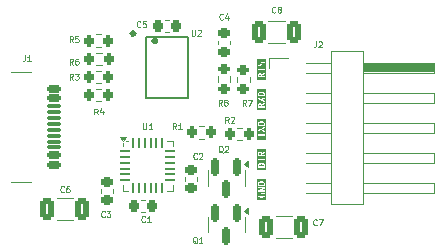
<source format=gbr>
%TF.GenerationSoftware,KiCad,Pcbnew,8.0.4*%
%TF.CreationDate,2024-08-06T21:58:01+07:00*%
%TF.ProjectId,cp2104-pd-source-v01,63703231-3034-42d7-9064-2d736f757263,rev?*%
%TF.SameCoordinates,Original*%
%TF.FileFunction,Legend,Top*%
%TF.FilePolarity,Positive*%
%FSLAX46Y46*%
G04 Gerber Fmt 4.6, Leading zero omitted, Abs format (unit mm)*
G04 Created by KiCad (PCBNEW 8.0.4) date 2024-08-06 21:58:01*
%MOMM*%
%LPD*%
G01*
G04 APERTURE LIST*
G04 Aperture macros list*
%AMRoundRect*
0 Rectangle with rounded corners*
0 $1 Rounding radius*
0 $2 $3 $4 $5 $6 $7 $8 $9 X,Y pos of 4 corners*
0 Add a 4 corners polygon primitive as box body*
4,1,4,$2,$3,$4,$5,$6,$7,$8,$9,$2,$3,0*
0 Add four circle primitives for the rounded corners*
1,1,$1+$1,$2,$3*
1,1,$1+$1,$4,$5*
1,1,$1+$1,$6,$7*
1,1,$1+$1,$8,$9*
0 Add four rect primitives between the rounded corners*
20,1,$1+$1,$2,$3,$4,$5,0*
20,1,$1+$1,$4,$5,$6,$7,0*
20,1,$1+$1,$6,$7,$8,$9,0*
20,1,$1+$1,$8,$9,$2,$3,0*%
G04 Aperture macros list end*
%ADD10C,0.100000*%
%ADD11C,0.000000*%
%ADD12C,0.120000*%
%ADD13C,0.150000*%
%ADD14C,0.300000*%
%ADD15R,6.000000X0.760000*%
%ADD16RoundRect,0.150000X-0.150000X0.587500X-0.150000X-0.587500X0.150000X-0.587500X0.150000X0.587500X0*%
%ADD17RoundRect,0.200000X0.200000X0.275000X-0.200000X0.275000X-0.200000X-0.275000X0.200000X-0.275000X0*%
%ADD18RoundRect,0.225000X-0.225000X-0.250000X0.225000X-0.250000X0.225000X0.250000X-0.225000X0.250000X0*%
%ADD19C,0.650000*%
%ADD20RoundRect,0.150000X-0.425000X0.150000X-0.425000X-0.150000X0.425000X-0.150000X0.425000X0.150000X0*%
%ADD21RoundRect,0.075000X-0.500000X0.075000X-0.500000X-0.075000X0.500000X-0.075000X0.500000X0.075000X0*%
%ADD22O,2.100000X1.000000*%
%ADD23O,1.800000X1.000000*%
%ADD24RoundRect,0.225000X0.225000X0.250000X-0.225000X0.250000X-0.225000X-0.250000X0.225000X-0.250000X0*%
%ADD25RoundRect,0.200000X-0.200000X-0.275000X0.200000X-0.275000X0.200000X0.275000X-0.200000X0.275000X0*%
%ADD26RoundRect,0.062500X-0.350000X-0.062500X0.350000X-0.062500X0.350000X0.062500X-0.350000X0.062500X0*%
%ADD27RoundRect,0.062500X-0.062500X-0.350000X0.062500X-0.350000X0.062500X0.350000X-0.062500X0.350000X0*%
%ADD28R,2.600000X2.600000*%
%ADD29RoundRect,0.225000X0.250000X-0.225000X0.250000X0.225000X-0.250000X0.225000X-0.250000X-0.225000X0*%
%ADD30RoundRect,0.250000X-0.325000X-0.650000X0.325000X-0.650000X0.325000X0.650000X-0.325000X0.650000X0*%
%ADD31RoundRect,0.225000X-0.250000X0.225000X-0.250000X-0.225000X0.250000X-0.225000X0.250000X0.225000X0*%
%ADD32RoundRect,0.250000X0.325000X0.650000X-0.325000X0.650000X-0.325000X-0.650000X0.325000X-0.650000X0*%
%ADD33RoundRect,0.200000X0.275000X-0.200000X0.275000X0.200000X-0.275000X0.200000X-0.275000X-0.200000X0*%
%ADD34O,1.730000X0.340000*%
%ADD35R,2.500000X1.000000*%
G04 APERTURE END LIST*
D10*
X137432450Y-69981309D02*
X137384831Y-69957500D01*
X137384831Y-69957500D02*
X137337212Y-69909881D01*
X137337212Y-69909881D02*
X137265784Y-69838452D01*
X137265784Y-69838452D02*
X137218165Y-69814642D01*
X137218165Y-69814642D02*
X137170546Y-69814642D01*
X137194355Y-69933690D02*
X137146736Y-69909881D01*
X137146736Y-69909881D02*
X137099117Y-69862261D01*
X137099117Y-69862261D02*
X137075308Y-69767023D01*
X137075308Y-69767023D02*
X137075308Y-69600357D01*
X137075308Y-69600357D02*
X137099117Y-69505119D01*
X137099117Y-69505119D02*
X137146736Y-69457500D01*
X137146736Y-69457500D02*
X137194355Y-69433690D01*
X137194355Y-69433690D02*
X137289593Y-69433690D01*
X137289593Y-69433690D02*
X137337212Y-69457500D01*
X137337212Y-69457500D02*
X137384831Y-69505119D01*
X137384831Y-69505119D02*
X137408641Y-69600357D01*
X137408641Y-69600357D02*
X137408641Y-69767023D01*
X137408641Y-69767023D02*
X137384831Y-69862261D01*
X137384831Y-69862261D02*
X137337212Y-69909881D01*
X137337212Y-69909881D02*
X137289593Y-69933690D01*
X137289593Y-69933690D02*
X137194355Y-69933690D01*
X137884832Y-69933690D02*
X137599118Y-69933690D01*
X137741975Y-69933690D02*
X137741975Y-69433690D01*
X137741975Y-69433690D02*
X137694356Y-69505119D01*
X137694356Y-69505119D02*
X137646737Y-69552738D01*
X137646737Y-69552738D02*
X137599118Y-69576547D01*
X129011666Y-59060109D02*
X128845000Y-58822014D01*
X128725952Y-59060109D02*
X128725952Y-58560109D01*
X128725952Y-58560109D02*
X128916428Y-58560109D01*
X128916428Y-58560109D02*
X128964047Y-58583919D01*
X128964047Y-58583919D02*
X128987857Y-58607728D01*
X128987857Y-58607728D02*
X129011666Y-58655347D01*
X129011666Y-58655347D02*
X129011666Y-58726776D01*
X129011666Y-58726776D02*
X128987857Y-58774395D01*
X128987857Y-58774395D02*
X128964047Y-58798204D01*
X128964047Y-58798204D02*
X128916428Y-58822014D01*
X128916428Y-58822014D02*
X128725952Y-58822014D01*
X129440238Y-58726776D02*
X129440238Y-59060109D01*
X129321190Y-58536300D02*
X129202143Y-58893442D01*
X129202143Y-58893442D02*
X129511666Y-58893442D01*
X133018677Y-68122303D02*
X132994868Y-68146113D01*
X132994868Y-68146113D02*
X132923439Y-68169922D01*
X132923439Y-68169922D02*
X132875820Y-68169922D01*
X132875820Y-68169922D02*
X132804392Y-68146113D01*
X132804392Y-68146113D02*
X132756773Y-68098493D01*
X132756773Y-68098493D02*
X132732963Y-68050874D01*
X132732963Y-68050874D02*
X132709154Y-67955636D01*
X132709154Y-67955636D02*
X132709154Y-67884208D01*
X132709154Y-67884208D02*
X132732963Y-67788970D01*
X132732963Y-67788970D02*
X132756773Y-67741351D01*
X132756773Y-67741351D02*
X132804392Y-67693732D01*
X132804392Y-67693732D02*
X132875820Y-67669922D01*
X132875820Y-67669922D02*
X132923439Y-67669922D01*
X132923439Y-67669922D02*
X132994868Y-67693732D01*
X132994868Y-67693732D02*
X133018677Y-67717541D01*
X133494868Y-68169922D02*
X133209154Y-68169922D01*
X133352011Y-68169922D02*
X133352011Y-67669922D01*
X133352011Y-67669922D02*
X133304392Y-67741351D01*
X133304392Y-67741351D02*
X133256773Y-67788970D01*
X133256773Y-67788970D02*
X133209154Y-67812779D01*
X122849013Y-54057238D02*
X122849013Y-54414381D01*
X122849013Y-54414381D02*
X122825204Y-54485809D01*
X122825204Y-54485809D02*
X122777585Y-54533429D01*
X122777585Y-54533429D02*
X122706156Y-54557238D01*
X122706156Y-54557238D02*
X122658537Y-54557238D01*
X123349013Y-54557238D02*
X123063299Y-54557238D01*
X123206156Y-54557238D02*
X123206156Y-54057238D01*
X123206156Y-54057238D02*
X123158537Y-54128667D01*
X123158537Y-54128667D02*
X123110918Y-54176286D01*
X123110918Y-54176286D02*
X123063299Y-54200095D01*
X132631666Y-51613490D02*
X132607857Y-51637300D01*
X132607857Y-51637300D02*
X132536428Y-51661109D01*
X132536428Y-51661109D02*
X132488809Y-51661109D01*
X132488809Y-51661109D02*
X132417381Y-51637300D01*
X132417381Y-51637300D02*
X132369762Y-51589680D01*
X132369762Y-51589680D02*
X132345952Y-51542061D01*
X132345952Y-51542061D02*
X132322143Y-51446823D01*
X132322143Y-51446823D02*
X132322143Y-51375395D01*
X132322143Y-51375395D02*
X132345952Y-51280157D01*
X132345952Y-51280157D02*
X132369762Y-51232538D01*
X132369762Y-51232538D02*
X132417381Y-51184919D01*
X132417381Y-51184919D02*
X132488809Y-51161109D01*
X132488809Y-51161109D02*
X132536428Y-51161109D01*
X132536428Y-51161109D02*
X132607857Y-51184919D01*
X132607857Y-51184919D02*
X132631666Y-51208728D01*
X133084047Y-51161109D02*
X132845952Y-51161109D01*
X132845952Y-51161109D02*
X132822143Y-51399204D01*
X132822143Y-51399204D02*
X132845952Y-51375395D01*
X132845952Y-51375395D02*
X132893571Y-51351585D01*
X132893571Y-51351585D02*
X133012619Y-51351585D01*
X133012619Y-51351585D02*
X133060238Y-51375395D01*
X133060238Y-51375395D02*
X133084047Y-51399204D01*
X133084047Y-51399204D02*
X133107857Y-51446823D01*
X133107857Y-51446823D02*
X133107857Y-51565871D01*
X133107857Y-51565871D02*
X133084047Y-51613490D01*
X133084047Y-51613490D02*
X133060238Y-51637300D01*
X133060238Y-51637300D02*
X133012619Y-51661109D01*
X133012619Y-51661109D02*
X132893571Y-51661109D01*
X132893571Y-51661109D02*
X132845952Y-51637300D01*
X132845952Y-51637300D02*
X132822143Y-51613490D01*
X126916666Y-54836109D02*
X126750000Y-54598014D01*
X126630952Y-54836109D02*
X126630952Y-54336109D01*
X126630952Y-54336109D02*
X126821428Y-54336109D01*
X126821428Y-54336109D02*
X126869047Y-54359919D01*
X126869047Y-54359919D02*
X126892857Y-54383728D01*
X126892857Y-54383728D02*
X126916666Y-54431347D01*
X126916666Y-54431347D02*
X126916666Y-54502776D01*
X126916666Y-54502776D02*
X126892857Y-54550395D01*
X126892857Y-54550395D02*
X126869047Y-54574204D01*
X126869047Y-54574204D02*
X126821428Y-54598014D01*
X126821428Y-54598014D02*
X126630952Y-54598014D01*
X127345238Y-54336109D02*
X127250000Y-54336109D01*
X127250000Y-54336109D02*
X127202381Y-54359919D01*
X127202381Y-54359919D02*
X127178571Y-54383728D01*
X127178571Y-54383728D02*
X127130952Y-54455157D01*
X127130952Y-54455157D02*
X127107143Y-54550395D01*
X127107143Y-54550395D02*
X127107143Y-54740871D01*
X127107143Y-54740871D02*
X127130952Y-54788490D01*
X127130952Y-54788490D02*
X127154762Y-54812300D01*
X127154762Y-54812300D02*
X127202381Y-54836109D01*
X127202381Y-54836109D02*
X127297619Y-54836109D01*
X127297619Y-54836109D02*
X127345238Y-54812300D01*
X127345238Y-54812300D02*
X127369047Y-54788490D01*
X127369047Y-54788490D02*
X127392857Y-54740871D01*
X127392857Y-54740871D02*
X127392857Y-54621823D01*
X127392857Y-54621823D02*
X127369047Y-54574204D01*
X127369047Y-54574204D02*
X127345238Y-54550395D01*
X127345238Y-54550395D02*
X127297619Y-54526585D01*
X127297619Y-54526585D02*
X127202381Y-54526585D01*
X127202381Y-54526585D02*
X127154762Y-54550395D01*
X127154762Y-54550395D02*
X127130952Y-54574204D01*
X127130952Y-54574204D02*
X127107143Y-54621823D01*
X126916666Y-56106109D02*
X126750000Y-55868014D01*
X126630952Y-56106109D02*
X126630952Y-55606109D01*
X126630952Y-55606109D02*
X126821428Y-55606109D01*
X126821428Y-55606109D02*
X126869047Y-55629919D01*
X126869047Y-55629919D02*
X126892857Y-55653728D01*
X126892857Y-55653728D02*
X126916666Y-55701347D01*
X126916666Y-55701347D02*
X126916666Y-55772776D01*
X126916666Y-55772776D02*
X126892857Y-55820395D01*
X126892857Y-55820395D02*
X126869047Y-55844204D01*
X126869047Y-55844204D02*
X126821428Y-55868014D01*
X126821428Y-55868014D02*
X126630952Y-55868014D01*
X127083333Y-55606109D02*
X127392857Y-55606109D01*
X127392857Y-55606109D02*
X127226190Y-55796585D01*
X127226190Y-55796585D02*
X127297619Y-55796585D01*
X127297619Y-55796585D02*
X127345238Y-55820395D01*
X127345238Y-55820395D02*
X127369047Y-55844204D01*
X127369047Y-55844204D02*
X127392857Y-55891823D01*
X127392857Y-55891823D02*
X127392857Y-56010871D01*
X127392857Y-56010871D02*
X127369047Y-56058490D01*
X127369047Y-56058490D02*
X127345238Y-56082300D01*
X127345238Y-56082300D02*
X127297619Y-56106109D01*
X127297619Y-56106109D02*
X127154762Y-56106109D01*
X127154762Y-56106109D02*
X127107143Y-56082300D01*
X127107143Y-56082300D02*
X127083333Y-56058490D01*
X135663522Y-60313997D02*
X135496856Y-60075902D01*
X135377808Y-60313997D02*
X135377808Y-59813997D01*
X135377808Y-59813997D02*
X135568284Y-59813997D01*
X135568284Y-59813997D02*
X135615903Y-59837807D01*
X135615903Y-59837807D02*
X135639713Y-59861616D01*
X135639713Y-59861616D02*
X135663522Y-59909235D01*
X135663522Y-59909235D02*
X135663522Y-59980664D01*
X135663522Y-59980664D02*
X135639713Y-60028283D01*
X135639713Y-60028283D02*
X135615903Y-60052092D01*
X135615903Y-60052092D02*
X135568284Y-60075902D01*
X135568284Y-60075902D02*
X135377808Y-60075902D01*
X136139713Y-60313997D02*
X135853999Y-60313997D01*
X135996856Y-60313997D02*
X135996856Y-59813997D01*
X135996856Y-59813997D02*
X135949237Y-59885426D01*
X135949237Y-59885426D02*
X135901618Y-59933045D01*
X135901618Y-59933045D02*
X135853999Y-59956854D01*
X132857047Y-59814109D02*
X132857047Y-60218871D01*
X132857047Y-60218871D02*
X132880857Y-60266490D01*
X132880857Y-60266490D02*
X132904666Y-60290300D01*
X132904666Y-60290300D02*
X132952285Y-60314109D01*
X132952285Y-60314109D02*
X133047523Y-60314109D01*
X133047523Y-60314109D02*
X133095142Y-60290300D01*
X133095142Y-60290300D02*
X133118952Y-60266490D01*
X133118952Y-60266490D02*
X133142761Y-60218871D01*
X133142761Y-60218871D02*
X133142761Y-59814109D01*
X133642762Y-60314109D02*
X133357048Y-60314109D01*
X133499905Y-60314109D02*
X133499905Y-59814109D01*
X133499905Y-59814109D02*
X133452286Y-59885538D01*
X133452286Y-59885538D02*
X133404667Y-59933157D01*
X133404667Y-59933157D02*
X133357048Y-59956966D01*
X139616666Y-50978490D02*
X139592857Y-51002300D01*
X139592857Y-51002300D02*
X139521428Y-51026109D01*
X139521428Y-51026109D02*
X139473809Y-51026109D01*
X139473809Y-51026109D02*
X139402381Y-51002300D01*
X139402381Y-51002300D02*
X139354762Y-50954680D01*
X139354762Y-50954680D02*
X139330952Y-50907061D01*
X139330952Y-50907061D02*
X139307143Y-50811823D01*
X139307143Y-50811823D02*
X139307143Y-50740395D01*
X139307143Y-50740395D02*
X139330952Y-50645157D01*
X139330952Y-50645157D02*
X139354762Y-50597538D01*
X139354762Y-50597538D02*
X139402381Y-50549919D01*
X139402381Y-50549919D02*
X139473809Y-50526109D01*
X139473809Y-50526109D02*
X139521428Y-50526109D01*
X139521428Y-50526109D02*
X139592857Y-50549919D01*
X139592857Y-50549919D02*
X139616666Y-50573728D01*
X140045238Y-50692776D02*
X140045238Y-51026109D01*
X139926190Y-50502300D02*
X139807143Y-50859442D01*
X139807143Y-50859442D02*
X140116666Y-50859442D01*
X126916666Y-52931109D02*
X126750000Y-52693014D01*
X126630952Y-52931109D02*
X126630952Y-52431109D01*
X126630952Y-52431109D02*
X126821428Y-52431109D01*
X126821428Y-52431109D02*
X126869047Y-52454919D01*
X126869047Y-52454919D02*
X126892857Y-52478728D01*
X126892857Y-52478728D02*
X126916666Y-52526347D01*
X126916666Y-52526347D02*
X126916666Y-52597776D01*
X126916666Y-52597776D02*
X126892857Y-52645395D01*
X126892857Y-52645395D02*
X126869047Y-52669204D01*
X126869047Y-52669204D02*
X126821428Y-52693014D01*
X126821428Y-52693014D02*
X126630952Y-52693014D01*
X127369047Y-52431109D02*
X127130952Y-52431109D01*
X127130952Y-52431109D02*
X127107143Y-52669204D01*
X127107143Y-52669204D02*
X127130952Y-52645395D01*
X127130952Y-52645395D02*
X127178571Y-52621585D01*
X127178571Y-52621585D02*
X127297619Y-52621585D01*
X127297619Y-52621585D02*
X127345238Y-52645395D01*
X127345238Y-52645395D02*
X127369047Y-52669204D01*
X127369047Y-52669204D02*
X127392857Y-52716823D01*
X127392857Y-52716823D02*
X127392857Y-52835871D01*
X127392857Y-52835871D02*
X127369047Y-52883490D01*
X127369047Y-52883490D02*
X127345238Y-52907300D01*
X127345238Y-52907300D02*
X127297619Y-52931109D01*
X127297619Y-52931109D02*
X127178571Y-52931109D01*
X127178571Y-52931109D02*
X127130952Y-52907300D01*
X127130952Y-52907300D02*
X127107143Y-52883490D01*
X144061666Y-50398490D02*
X144037857Y-50422300D01*
X144037857Y-50422300D02*
X143966428Y-50446109D01*
X143966428Y-50446109D02*
X143918809Y-50446109D01*
X143918809Y-50446109D02*
X143847381Y-50422300D01*
X143847381Y-50422300D02*
X143799762Y-50374680D01*
X143799762Y-50374680D02*
X143775952Y-50327061D01*
X143775952Y-50327061D02*
X143752143Y-50231823D01*
X143752143Y-50231823D02*
X143752143Y-50160395D01*
X143752143Y-50160395D02*
X143775952Y-50065157D01*
X143775952Y-50065157D02*
X143799762Y-50017538D01*
X143799762Y-50017538D02*
X143847381Y-49969919D01*
X143847381Y-49969919D02*
X143918809Y-49946109D01*
X143918809Y-49946109D02*
X143966428Y-49946109D01*
X143966428Y-49946109D02*
X144037857Y-49969919D01*
X144037857Y-49969919D02*
X144061666Y-49993728D01*
X144347381Y-50160395D02*
X144299762Y-50136585D01*
X144299762Y-50136585D02*
X144275952Y-50112776D01*
X144275952Y-50112776D02*
X144252143Y-50065157D01*
X144252143Y-50065157D02*
X144252143Y-50041347D01*
X144252143Y-50041347D02*
X144275952Y-49993728D01*
X144275952Y-49993728D02*
X144299762Y-49969919D01*
X144299762Y-49969919D02*
X144347381Y-49946109D01*
X144347381Y-49946109D02*
X144442619Y-49946109D01*
X144442619Y-49946109D02*
X144490238Y-49969919D01*
X144490238Y-49969919D02*
X144514047Y-49993728D01*
X144514047Y-49993728D02*
X144537857Y-50041347D01*
X144537857Y-50041347D02*
X144537857Y-50065157D01*
X144537857Y-50065157D02*
X144514047Y-50112776D01*
X144514047Y-50112776D02*
X144490238Y-50136585D01*
X144490238Y-50136585D02*
X144442619Y-50160395D01*
X144442619Y-50160395D02*
X144347381Y-50160395D01*
X144347381Y-50160395D02*
X144299762Y-50184204D01*
X144299762Y-50184204D02*
X144275952Y-50208014D01*
X144275952Y-50208014D02*
X144252143Y-50255633D01*
X144252143Y-50255633D02*
X144252143Y-50350871D01*
X144252143Y-50350871D02*
X144275952Y-50398490D01*
X144275952Y-50398490D02*
X144299762Y-50422300D01*
X144299762Y-50422300D02*
X144347381Y-50446109D01*
X144347381Y-50446109D02*
X144442619Y-50446109D01*
X144442619Y-50446109D02*
X144490238Y-50422300D01*
X144490238Y-50422300D02*
X144514047Y-50398490D01*
X144514047Y-50398490D02*
X144537857Y-50350871D01*
X144537857Y-50350871D02*
X144537857Y-50255633D01*
X144537857Y-50255633D02*
X144514047Y-50208014D01*
X144514047Y-50208014D02*
X144490238Y-50184204D01*
X144490238Y-50184204D02*
X144442619Y-50160395D01*
X126154666Y-65583490D02*
X126130857Y-65607300D01*
X126130857Y-65607300D02*
X126059428Y-65631109D01*
X126059428Y-65631109D02*
X126011809Y-65631109D01*
X126011809Y-65631109D02*
X125940381Y-65607300D01*
X125940381Y-65607300D02*
X125892762Y-65559680D01*
X125892762Y-65559680D02*
X125868952Y-65512061D01*
X125868952Y-65512061D02*
X125845143Y-65416823D01*
X125845143Y-65416823D02*
X125845143Y-65345395D01*
X125845143Y-65345395D02*
X125868952Y-65250157D01*
X125868952Y-65250157D02*
X125892762Y-65202538D01*
X125892762Y-65202538D02*
X125940381Y-65154919D01*
X125940381Y-65154919D02*
X126011809Y-65131109D01*
X126011809Y-65131109D02*
X126059428Y-65131109D01*
X126059428Y-65131109D02*
X126130857Y-65154919D01*
X126130857Y-65154919D02*
X126154666Y-65178728D01*
X126583238Y-65131109D02*
X126488000Y-65131109D01*
X126488000Y-65131109D02*
X126440381Y-65154919D01*
X126440381Y-65154919D02*
X126416571Y-65178728D01*
X126416571Y-65178728D02*
X126368952Y-65250157D01*
X126368952Y-65250157D02*
X126345143Y-65345395D01*
X126345143Y-65345395D02*
X126345143Y-65535871D01*
X126345143Y-65535871D02*
X126368952Y-65583490D01*
X126368952Y-65583490D02*
X126392762Y-65607300D01*
X126392762Y-65607300D02*
X126440381Y-65631109D01*
X126440381Y-65631109D02*
X126535619Y-65631109D01*
X126535619Y-65631109D02*
X126583238Y-65607300D01*
X126583238Y-65607300D02*
X126607047Y-65583490D01*
X126607047Y-65583490D02*
X126630857Y-65535871D01*
X126630857Y-65535871D02*
X126630857Y-65416823D01*
X126630857Y-65416823D02*
X126607047Y-65369204D01*
X126607047Y-65369204D02*
X126583238Y-65345395D01*
X126583238Y-65345395D02*
X126535619Y-65321585D01*
X126535619Y-65321585D02*
X126440381Y-65321585D01*
X126440381Y-65321585D02*
X126392762Y-65345395D01*
X126392762Y-65345395D02*
X126368952Y-65369204D01*
X126368952Y-65369204D02*
X126345143Y-65416823D01*
X137410678Y-62776714D02*
X137386869Y-62800524D01*
X137386869Y-62800524D02*
X137315440Y-62824333D01*
X137315440Y-62824333D02*
X137267821Y-62824333D01*
X137267821Y-62824333D02*
X137196393Y-62800524D01*
X137196393Y-62800524D02*
X137148774Y-62752904D01*
X137148774Y-62752904D02*
X137124964Y-62705285D01*
X137124964Y-62705285D02*
X137101155Y-62610047D01*
X137101155Y-62610047D02*
X137101155Y-62538619D01*
X137101155Y-62538619D02*
X137124964Y-62443381D01*
X137124964Y-62443381D02*
X137148774Y-62395762D01*
X137148774Y-62395762D02*
X137196393Y-62348143D01*
X137196393Y-62348143D02*
X137267821Y-62324333D01*
X137267821Y-62324333D02*
X137315440Y-62324333D01*
X137315440Y-62324333D02*
X137386869Y-62348143D01*
X137386869Y-62348143D02*
X137410678Y-62371952D01*
X137601155Y-62371952D02*
X137624964Y-62348143D01*
X137624964Y-62348143D02*
X137672583Y-62324333D01*
X137672583Y-62324333D02*
X137791631Y-62324333D01*
X137791631Y-62324333D02*
X137839250Y-62348143D01*
X137839250Y-62348143D02*
X137863059Y-62371952D01*
X137863059Y-62371952D02*
X137886869Y-62419571D01*
X137886869Y-62419571D02*
X137886869Y-62467190D01*
X137886869Y-62467190D02*
X137863059Y-62538619D01*
X137863059Y-62538619D02*
X137577345Y-62824333D01*
X137577345Y-62824333D02*
X137886869Y-62824333D01*
X139606189Y-62291963D02*
X139558570Y-62268154D01*
X139558570Y-62268154D02*
X139510951Y-62220535D01*
X139510951Y-62220535D02*
X139439523Y-62149106D01*
X139439523Y-62149106D02*
X139391904Y-62125296D01*
X139391904Y-62125296D02*
X139344285Y-62125296D01*
X139368094Y-62244344D02*
X139320475Y-62220535D01*
X139320475Y-62220535D02*
X139272856Y-62172915D01*
X139272856Y-62172915D02*
X139249047Y-62077677D01*
X139249047Y-62077677D02*
X139249047Y-61911011D01*
X139249047Y-61911011D02*
X139272856Y-61815773D01*
X139272856Y-61815773D02*
X139320475Y-61768154D01*
X139320475Y-61768154D02*
X139368094Y-61744344D01*
X139368094Y-61744344D02*
X139463332Y-61744344D01*
X139463332Y-61744344D02*
X139510951Y-61768154D01*
X139510951Y-61768154D02*
X139558570Y-61815773D01*
X139558570Y-61815773D02*
X139582380Y-61911011D01*
X139582380Y-61911011D02*
X139582380Y-62077677D01*
X139582380Y-62077677D02*
X139558570Y-62172915D01*
X139558570Y-62172915D02*
X139510951Y-62220535D01*
X139510951Y-62220535D02*
X139463332Y-62244344D01*
X139463332Y-62244344D02*
X139368094Y-62244344D01*
X139772857Y-61791963D02*
X139796666Y-61768154D01*
X139796666Y-61768154D02*
X139844285Y-61744344D01*
X139844285Y-61744344D02*
X139963333Y-61744344D01*
X139963333Y-61744344D02*
X140010952Y-61768154D01*
X140010952Y-61768154D02*
X140034761Y-61791963D01*
X140034761Y-61791963D02*
X140058571Y-61839582D01*
X140058571Y-61839582D02*
X140058571Y-61887201D01*
X140058571Y-61887201D02*
X140034761Y-61958630D01*
X140034761Y-61958630D02*
X139749047Y-62244344D01*
X139749047Y-62244344D02*
X140058571Y-62244344D01*
X147551891Y-68390858D02*
X147528082Y-68414668D01*
X147528082Y-68414668D02*
X147456653Y-68438477D01*
X147456653Y-68438477D02*
X147409034Y-68438477D01*
X147409034Y-68438477D02*
X147337606Y-68414668D01*
X147337606Y-68414668D02*
X147289987Y-68367048D01*
X147289987Y-68367048D02*
X147266177Y-68319429D01*
X147266177Y-68319429D02*
X147242368Y-68224191D01*
X147242368Y-68224191D02*
X147242368Y-68152763D01*
X147242368Y-68152763D02*
X147266177Y-68057525D01*
X147266177Y-68057525D02*
X147289987Y-68009906D01*
X147289987Y-68009906D02*
X147337606Y-67962287D01*
X147337606Y-67962287D02*
X147409034Y-67938477D01*
X147409034Y-67938477D02*
X147456653Y-67938477D01*
X147456653Y-67938477D02*
X147528082Y-67962287D01*
X147528082Y-67962287D02*
X147551891Y-67986096D01*
X147718558Y-67938477D02*
X148051891Y-67938477D01*
X148051891Y-67938477D02*
X147837606Y-68438477D01*
X139532943Y-58303932D02*
X139366277Y-58065837D01*
X139247229Y-58303932D02*
X139247229Y-57803932D01*
X139247229Y-57803932D02*
X139437705Y-57803932D01*
X139437705Y-57803932D02*
X139485324Y-57827742D01*
X139485324Y-57827742D02*
X139509134Y-57851551D01*
X139509134Y-57851551D02*
X139532943Y-57899170D01*
X139532943Y-57899170D02*
X139532943Y-57970599D01*
X139532943Y-57970599D02*
X139509134Y-58018218D01*
X139509134Y-58018218D02*
X139485324Y-58042027D01*
X139485324Y-58042027D02*
X139437705Y-58065837D01*
X139437705Y-58065837D02*
X139247229Y-58065837D01*
X139818658Y-58018218D02*
X139771039Y-57994408D01*
X139771039Y-57994408D02*
X139747229Y-57970599D01*
X139747229Y-57970599D02*
X139723420Y-57922980D01*
X139723420Y-57922980D02*
X139723420Y-57899170D01*
X139723420Y-57899170D02*
X139747229Y-57851551D01*
X139747229Y-57851551D02*
X139771039Y-57827742D01*
X139771039Y-57827742D02*
X139818658Y-57803932D01*
X139818658Y-57803932D02*
X139913896Y-57803932D01*
X139913896Y-57803932D02*
X139961515Y-57827742D01*
X139961515Y-57827742D02*
X139985324Y-57851551D01*
X139985324Y-57851551D02*
X140009134Y-57899170D01*
X140009134Y-57899170D02*
X140009134Y-57922980D01*
X140009134Y-57922980D02*
X139985324Y-57970599D01*
X139985324Y-57970599D02*
X139961515Y-57994408D01*
X139961515Y-57994408D02*
X139913896Y-58018218D01*
X139913896Y-58018218D02*
X139818658Y-58018218D01*
X139818658Y-58018218D02*
X139771039Y-58042027D01*
X139771039Y-58042027D02*
X139747229Y-58065837D01*
X139747229Y-58065837D02*
X139723420Y-58113456D01*
X139723420Y-58113456D02*
X139723420Y-58208694D01*
X139723420Y-58208694D02*
X139747229Y-58256313D01*
X139747229Y-58256313D02*
X139771039Y-58280123D01*
X139771039Y-58280123D02*
X139818658Y-58303932D01*
X139818658Y-58303932D02*
X139913896Y-58303932D01*
X139913896Y-58303932D02*
X139961515Y-58280123D01*
X139961515Y-58280123D02*
X139985324Y-58256313D01*
X139985324Y-58256313D02*
X140009134Y-58208694D01*
X140009134Y-58208694D02*
X140009134Y-58113456D01*
X140009134Y-58113456D02*
X139985324Y-58065837D01*
X139985324Y-58065837D02*
X139961515Y-58042027D01*
X139961515Y-58042027D02*
X139913896Y-58018218D01*
X129617442Y-67695937D02*
X129593633Y-67719747D01*
X129593633Y-67719747D02*
X129522204Y-67743556D01*
X129522204Y-67743556D02*
X129474585Y-67743556D01*
X129474585Y-67743556D02*
X129403157Y-67719747D01*
X129403157Y-67719747D02*
X129355538Y-67672127D01*
X129355538Y-67672127D02*
X129331728Y-67624508D01*
X129331728Y-67624508D02*
X129307919Y-67529270D01*
X129307919Y-67529270D02*
X129307919Y-67457842D01*
X129307919Y-67457842D02*
X129331728Y-67362604D01*
X129331728Y-67362604D02*
X129355538Y-67314985D01*
X129355538Y-67314985D02*
X129403157Y-67267366D01*
X129403157Y-67267366D02*
X129474585Y-67243556D01*
X129474585Y-67243556D02*
X129522204Y-67243556D01*
X129522204Y-67243556D02*
X129593633Y-67267366D01*
X129593633Y-67267366D02*
X129617442Y-67291175D01*
X129784109Y-67243556D02*
X130093633Y-67243556D01*
X130093633Y-67243556D02*
X129926966Y-67434032D01*
X129926966Y-67434032D02*
X129998395Y-67434032D01*
X129998395Y-67434032D02*
X130046014Y-67457842D01*
X130046014Y-67457842D02*
X130069823Y-67481651D01*
X130069823Y-67481651D02*
X130093633Y-67529270D01*
X130093633Y-67529270D02*
X130093633Y-67648318D01*
X130093633Y-67648318D02*
X130069823Y-67695937D01*
X130069823Y-67695937D02*
X130046014Y-67719747D01*
X130046014Y-67719747D02*
X129998395Y-67743556D01*
X129998395Y-67743556D02*
X129855538Y-67743556D01*
X129855538Y-67743556D02*
X129807919Y-67719747D01*
X129807919Y-67719747D02*
X129784109Y-67695937D01*
X136965016Y-51899497D02*
X136965016Y-52304259D01*
X136965016Y-52304259D02*
X136988826Y-52351878D01*
X136988826Y-52351878D02*
X137012635Y-52375688D01*
X137012635Y-52375688D02*
X137060254Y-52399497D01*
X137060254Y-52399497D02*
X137155492Y-52399497D01*
X137155492Y-52399497D02*
X137203111Y-52375688D01*
X137203111Y-52375688D02*
X137226921Y-52351878D01*
X137226921Y-52351878D02*
X137250730Y-52304259D01*
X137250730Y-52304259D02*
X137250730Y-51899497D01*
X137465017Y-51947116D02*
X137488826Y-51923307D01*
X137488826Y-51923307D02*
X137536445Y-51899497D01*
X137536445Y-51899497D02*
X137655493Y-51899497D01*
X137655493Y-51899497D02*
X137703112Y-51923307D01*
X137703112Y-51923307D02*
X137726921Y-51947116D01*
X137726921Y-51947116D02*
X137750731Y-51994735D01*
X137750731Y-51994735D02*
X137750731Y-52042354D01*
X137750731Y-52042354D02*
X137726921Y-52113783D01*
X137726921Y-52113783D02*
X137441207Y-52399497D01*
X137441207Y-52399497D02*
X137750731Y-52399497D01*
X141562041Y-58320896D02*
X141395375Y-58082801D01*
X141276327Y-58320896D02*
X141276327Y-57820896D01*
X141276327Y-57820896D02*
X141466803Y-57820896D01*
X141466803Y-57820896D02*
X141514422Y-57844706D01*
X141514422Y-57844706D02*
X141538232Y-57868515D01*
X141538232Y-57868515D02*
X141562041Y-57916134D01*
X141562041Y-57916134D02*
X141562041Y-57987563D01*
X141562041Y-57987563D02*
X141538232Y-58035182D01*
X141538232Y-58035182D02*
X141514422Y-58058991D01*
X141514422Y-58058991D02*
X141466803Y-58082801D01*
X141466803Y-58082801D02*
X141276327Y-58082801D01*
X141728708Y-57820896D02*
X142062041Y-57820896D01*
X142062041Y-57820896D02*
X141847756Y-58320896D01*
X147494539Y-52865644D02*
X147494539Y-53222787D01*
X147494539Y-53222787D02*
X147470730Y-53294215D01*
X147470730Y-53294215D02*
X147423111Y-53341835D01*
X147423111Y-53341835D02*
X147351682Y-53365644D01*
X147351682Y-53365644D02*
X147304063Y-53365644D01*
X147708825Y-52913263D02*
X147732634Y-52889454D01*
X147732634Y-52889454D02*
X147780253Y-52865644D01*
X147780253Y-52865644D02*
X147899301Y-52865644D01*
X147899301Y-52865644D02*
X147946920Y-52889454D01*
X147946920Y-52889454D02*
X147970729Y-52913263D01*
X147970729Y-52913263D02*
X147994539Y-52960882D01*
X147994539Y-52960882D02*
X147994539Y-53008501D01*
X147994539Y-53008501D02*
X147970729Y-53079930D01*
X147970729Y-53079930D02*
X147685015Y-53365644D01*
X147685015Y-53365644D02*
X147994539Y-53365644D01*
X140112049Y-59761066D02*
X139945383Y-59522971D01*
X139826335Y-59761066D02*
X139826335Y-59261066D01*
X139826335Y-59261066D02*
X140016811Y-59261066D01*
X140016811Y-59261066D02*
X140064430Y-59284876D01*
X140064430Y-59284876D02*
X140088240Y-59308685D01*
X140088240Y-59308685D02*
X140112049Y-59356304D01*
X140112049Y-59356304D02*
X140112049Y-59427733D01*
X140112049Y-59427733D02*
X140088240Y-59475352D01*
X140088240Y-59475352D02*
X140064430Y-59499161D01*
X140064430Y-59499161D02*
X140016811Y-59522971D01*
X140016811Y-59522971D02*
X139826335Y-59522971D01*
X140302526Y-59308685D02*
X140326335Y-59284876D01*
X140326335Y-59284876D02*
X140373954Y-59261066D01*
X140373954Y-59261066D02*
X140493002Y-59261066D01*
X140493002Y-59261066D02*
X140540621Y-59284876D01*
X140540621Y-59284876D02*
X140564430Y-59308685D01*
X140564430Y-59308685D02*
X140588240Y-59356304D01*
X140588240Y-59356304D02*
X140588240Y-59403923D01*
X140588240Y-59403923D02*
X140564430Y-59475352D01*
X140564430Y-59475352D02*
X140278716Y-59761066D01*
X140278716Y-59761066D02*
X140588240Y-59761066D01*
D11*
%TO.C,kibuzzard-66B1E950*%
G36*
X142917771Y-64827173D02*
G01*
X142956906Y-64832625D01*
X143021365Y-64856858D01*
X143064015Y-64901446D01*
X143079523Y-64969782D01*
X143079523Y-64980444D01*
X143078554Y-64991107D01*
X142675323Y-64991107D01*
X142672900Y-64973659D01*
X142672415Y-64956212D01*
X142689378Y-64891268D01*
X142734451Y-64851527D01*
X142799394Y-64831171D01*
X142875000Y-64825355D01*
X142917771Y-64827173D01*
G37*
G36*
X143268861Y-65303223D02*
G01*
X143268861Y-65860574D01*
X143268861Y-66105808D01*
X143268861Y-66307746D01*
X142481139Y-66307746D01*
X142481139Y-66105808D01*
X142481139Y-65846034D01*
X142561914Y-65846034D01*
X142566882Y-65898619D01*
X142581785Y-65947811D01*
X142606624Y-65992157D01*
X142641397Y-66030202D01*
X142685864Y-66061462D01*
X142739782Y-66085452D01*
X142802908Y-66100719D01*
X142875000Y-66105808D01*
X142947819Y-66101446D01*
X143011187Y-66088360D01*
X143064984Y-66067278D01*
X143109087Y-66038926D01*
X143143498Y-66003667D01*
X143168215Y-65961866D01*
X143183118Y-65914006D01*
X143188086Y-65860574D01*
X143185662Y-65801325D01*
X143178393Y-65751527D01*
X143160945Y-65685129D01*
X142861430Y-65685129D01*
X142861430Y-65804354D01*
X143080493Y-65804354D01*
X143083401Y-65827617D01*
X143084370Y-65850880D01*
X143071648Y-65908796D01*
X143033481Y-65950719D01*
X142993255Y-65969567D01*
X142940428Y-65980875D01*
X142875000Y-65984645D01*
X142830533Y-65982585D01*
X142790186Y-65976405D01*
X142724273Y-65949265D01*
X142681139Y-65901284D01*
X142665630Y-65829556D01*
X142676292Y-65765582D01*
X142700525Y-65713239D01*
X142605533Y-65682221D01*
X142593901Y-65702092D01*
X142579362Y-65735533D01*
X142567246Y-65783514D01*
X142561914Y-65846034D01*
X142481139Y-65846034D01*
X142481139Y-65207262D01*
X142575485Y-65207262D01*
X142575485Y-65314855D01*
X142944790Y-65314855D01*
X142906987Y-65331939D01*
X142863368Y-65352173D01*
X142816115Y-65374952D01*
X142767407Y-65399669D01*
X142717851Y-65425719D01*
X142668053Y-65452496D01*
X142619952Y-65479637D01*
X142575485Y-65506777D01*
X142575485Y-65602738D01*
X143175485Y-65602738D01*
X143175485Y-65495145D01*
X142777100Y-65495145D01*
X142843605Y-65459120D01*
X142910003Y-65424709D01*
X142976292Y-65391914D01*
X143042582Y-65360735D01*
X143108980Y-65331171D01*
X143175485Y-65303223D01*
X143175485Y-65207262D01*
X142575485Y-65207262D01*
X142481139Y-65207262D01*
X142481139Y-64966874D01*
X142568700Y-64966874D01*
X142571607Y-65033756D01*
X142583239Y-65110331D01*
X143168700Y-65110331D01*
X143179847Y-65044903D01*
X143183239Y-64982383D01*
X143178998Y-64923861D01*
X143166276Y-64870428D01*
X143144346Y-64823053D01*
X143112480Y-64782706D01*
X143070194Y-64749871D01*
X143017003Y-64725032D01*
X142952181Y-64709402D01*
X142875000Y-64704192D01*
X142799515Y-64708918D01*
X142735905Y-64723094D01*
X142683320Y-64745751D01*
X142640913Y-64775921D01*
X142608562Y-64813603D01*
X142586147Y-64858796D01*
X142573061Y-64910291D01*
X142568700Y-64966874D01*
X142481139Y-64966874D01*
X142481139Y-64704192D01*
X142481139Y-64502254D01*
X143268861Y-64502254D01*
X143268861Y-64704192D01*
X143268861Y-64982383D01*
X143268861Y-65303223D01*
G37*
%TO.C,kibuzzard-66B1E901*%
G36*
X142916801Y-59746204D02*
G01*
X142955937Y-59751656D01*
X143020396Y-59775889D01*
X143063045Y-59820477D01*
X143078554Y-59888813D01*
X143078554Y-59899475D01*
X143077585Y-59910137D01*
X142674354Y-59910137D01*
X142671931Y-59892690D01*
X142671446Y-59875242D01*
X142688409Y-59810299D01*
X142733481Y-59770557D01*
X142798425Y-59750202D01*
X142874031Y-59744386D01*
X142916801Y-59746204D01*
G37*
G36*
X143263045Y-60221284D02*
G01*
X143263045Y-60748586D01*
X143263045Y-61026777D01*
X143263045Y-61228716D01*
X142486955Y-61228716D01*
X142486955Y-61026777D01*
X142486955Y-60590590D01*
X142574515Y-60590590D01*
X142574515Y-61026777D01*
X142673384Y-61026777D01*
X142673384Y-60868780D01*
X143174515Y-60868780D01*
X143174515Y-60748586D01*
X142673384Y-60748586D01*
X142673384Y-60590590D01*
X142574515Y-60590590D01*
X142486955Y-60590590D01*
X142486955Y-60102060D01*
X142574515Y-60102060D01*
X142574515Y-60222254D01*
X142766438Y-60322092D01*
X142574515Y-60417084D01*
X142574515Y-60546002D01*
X142857553Y-60388974D01*
X142900081Y-60412722D01*
X142944305Y-60437439D01*
X142988772Y-60462036D01*
X143032027Y-60485420D01*
X143073223Y-60507229D01*
X143111511Y-60527100D01*
X143174515Y-60555695D01*
X143174515Y-60426777D01*
X143122052Y-60404483D01*
X143063530Y-60378312D01*
X143003069Y-60350202D01*
X142944790Y-60322092D01*
X143004887Y-60293619D01*
X143064984Y-60266357D01*
X143122415Y-60241761D01*
X143174515Y-60221284D01*
X143174515Y-60092367D01*
X143111026Y-60118538D01*
X143072254Y-60136349D01*
X143030574Y-60156826D01*
X142986834Y-60179483D01*
X142941882Y-60203837D01*
X142897294Y-60229281D01*
X142854645Y-60255210D01*
X142574515Y-60102060D01*
X142486955Y-60102060D01*
X142486955Y-59885905D01*
X142567730Y-59885905D01*
X142570638Y-59952787D01*
X142582270Y-60029362D01*
X143167730Y-60029362D01*
X143178877Y-59963934D01*
X143182270Y-59901414D01*
X143178029Y-59842892D01*
X143165307Y-59789459D01*
X143143376Y-59742084D01*
X143111511Y-59701737D01*
X143069225Y-59668901D01*
X143016034Y-59644063D01*
X142951212Y-59628433D01*
X142874031Y-59623223D01*
X142798546Y-59627948D01*
X142734935Y-59642124D01*
X142682351Y-59664782D01*
X142639943Y-59694952D01*
X142607593Y-59732633D01*
X142585178Y-59777827D01*
X142572092Y-59829321D01*
X142567730Y-59885905D01*
X142486955Y-59885905D01*
X142486955Y-59623223D01*
X142486955Y-59421284D01*
X143263045Y-59421284D01*
X143263045Y-59623223D01*
X143263045Y-59901414D01*
X143263045Y-60221284D01*
G37*
D12*
%TO.C,Q1*%
X138333000Y-68374500D02*
X138333000Y-67724500D01*
X138333000Y-68374500D02*
X138333000Y-69024500D01*
X141453000Y-68374500D02*
X141453000Y-67724500D01*
X141453000Y-68374500D02*
X141453000Y-69024500D01*
X141733000Y-67452000D02*
X141403000Y-67212000D01*
X141733000Y-66972000D01*
X141733000Y-67452000D01*
G36*
X141733000Y-67452000D02*
G01*
X141403000Y-67212000D01*
X141733000Y-66972000D01*
X141733000Y-67452000D01*
G37*
%TO.C,R4*%
X129332258Y-56881500D02*
X128857742Y-56881500D01*
X129332258Y-57926500D02*
X128857742Y-57926500D01*
%TO.C,C1*%
X132701420Y-66292000D02*
X132982580Y-66292000D01*
X132701420Y-67312000D02*
X132982580Y-67312000D01*
%TO.C,J1*%
X121701000Y-55432000D02*
X123401000Y-55432000D01*
X121701000Y-64772000D02*
X123401000Y-64772000D01*
%TO.C,C5*%
X135014580Y-51052000D02*
X134733420Y-51052000D01*
X135014580Y-52072000D02*
X134733420Y-52072000D01*
%TO.C,R6*%
X128867642Y-53822933D02*
X129342158Y-53822933D01*
X128867642Y-54867933D02*
X129342158Y-54867933D01*
%TO.C,R3*%
X129332258Y-55357500D02*
X128857742Y-55357500D01*
X129332258Y-56402500D02*
X128857742Y-56402500D01*
%TO.C,R1*%
X138032258Y-60056500D02*
X137557742Y-60056500D01*
X138032258Y-61101500D02*
X137557742Y-61101500D01*
D11*
%TO.C,kibuzzard-66B1E91A*%
G36*
X142831866Y-55692819D02*
G01*
X142849677Y-55728441D01*
X142855614Y-55781026D01*
X142855614Y-55807197D01*
X142675323Y-55807197D01*
X142672900Y-55787811D01*
X142672415Y-55771333D01*
X142677989Y-55728441D01*
X142694709Y-55694758D01*
X142723304Y-55672948D01*
X142764499Y-55665679D01*
X142831866Y-55692819D01*
G37*
G36*
X143268861Y-55191688D02*
G01*
X143268861Y-55504774D01*
X143268861Y-55926422D01*
X143268861Y-56128360D01*
X142481139Y-56128360D01*
X142481139Y-55926422D01*
X142481139Y-55771333D01*
X142568700Y-55771333D01*
X142569669Y-55805258D01*
X142572092Y-55845969D01*
X142576939Y-55888134D01*
X142584208Y-55926422D01*
X143175485Y-55926422D01*
X143175485Y-55807197D01*
X142954483Y-55807197D01*
X142954483Y-55745162D01*
X143009370Y-55712326D01*
X143063530Y-55681672D01*
X143118417Y-55653926D01*
X143175485Y-55629814D01*
X143175485Y-55504774D01*
X143111995Y-55532399D01*
X143045113Y-55565840D01*
X142981139Y-55601704D01*
X142925404Y-55636599D01*
X142898021Y-55594192D01*
X142860460Y-55565840D01*
X142815388Y-55549847D01*
X142765468Y-55544515D01*
X142718336Y-55548514D01*
X142677746Y-55560509D01*
X142616195Y-55606551D01*
X142595113Y-55639507D01*
X142580331Y-55678279D01*
X142571607Y-55722383D01*
X142568700Y-55771333D01*
X142481139Y-55771333D01*
X142481139Y-55033691D01*
X142575485Y-55033691D01*
X142575485Y-55469879D01*
X142674354Y-55469879D01*
X142674354Y-55311882D01*
X143175485Y-55311882D01*
X143175485Y-55191688D01*
X142674354Y-55191688D01*
X142674354Y-55033691D01*
X142575485Y-55033691D01*
X142481139Y-55033691D01*
X142481139Y-54756470D01*
X142561914Y-54756470D01*
X142567192Y-54815867D01*
X142583024Y-54866109D01*
X142609410Y-54907197D01*
X142666115Y-54948271D01*
X142741236Y-54961963D01*
X142812480Y-54946454D01*
X142860460Y-54907197D01*
X142892447Y-54854370D01*
X142914742Y-54798150D01*
X142931704Y-54757439D01*
X142952060Y-54720606D01*
X142977746Y-54693465D01*
X143010703Y-54682803D01*
X143039297Y-54687165D01*
X143064499Y-54703158D01*
X143081947Y-54734661D01*
X143088247Y-54784580D01*
X143084855Y-54832924D01*
X143074677Y-54873271D01*
X143045598Y-54935792D01*
X143142528Y-54970687D01*
X143172092Y-54903805D01*
X143184087Y-54851704D01*
X143188086Y-54784580D01*
X143182970Y-54716567D01*
X143167623Y-54661155D01*
X143142044Y-54618344D01*
X143086430Y-54577270D01*
X143011672Y-54563578D01*
X142966478Y-54567698D01*
X142929766Y-54580057D01*
X142875485Y-54622221D01*
X142840590Y-54678441D01*
X142816842Y-54737084D01*
X142802302Y-54774402D01*
X142784370Y-54808328D01*
X142761107Y-54833045D01*
X142730574Y-54842738D01*
X142692340Y-54832184D01*
X142669400Y-54800520D01*
X142661753Y-54747746D01*
X142671446Y-54679410D01*
X142694709Y-54625614D01*
X142602625Y-54590719D01*
X142574515Y-54660024D01*
X142565065Y-54704733D01*
X142561914Y-54756470D01*
X142481139Y-54756470D01*
X142481139Y-54563578D01*
X142481139Y-54361640D01*
X143268861Y-54361640D01*
X143268861Y-54563578D01*
X143268861Y-54784580D01*
X143268861Y-55191688D01*
G37*
D12*
%TO.C,U1*%
X131128000Y-61753000D02*
X131128000Y-61518000D01*
X131128000Y-65498000D02*
X131128000Y-65023000D01*
X131603000Y-61278000D02*
X131428000Y-61278000D01*
X131603000Y-65498000D02*
X131128000Y-65498000D01*
X134873000Y-61278000D02*
X135348000Y-61278000D01*
X134873000Y-65498000D02*
X135348000Y-65498000D01*
X135348000Y-61278000D02*
X135348000Y-61753000D01*
X135348000Y-65498000D02*
X135348000Y-65023000D01*
X131128000Y-61278000D02*
X130888000Y-60948000D01*
X131368000Y-60948000D01*
X131128000Y-61278000D01*
G36*
X131128000Y-61278000D02*
G01*
X130888000Y-60948000D01*
X131368000Y-60948000D01*
X131128000Y-61278000D01*
G37*
%TO.C,C4*%
X139190000Y-53099580D02*
X139190000Y-52818420D01*
X140210000Y-53099580D02*
X140210000Y-52818420D01*
%TO.C,R5*%
X128856426Y-52280812D02*
X129330942Y-52280812D01*
X128856426Y-53325812D02*
X129330942Y-53325812D01*
%TO.C,C8*%
X143433748Y-51160000D02*
X144856252Y-51160000D01*
X143433748Y-52980000D02*
X144856252Y-52980000D01*
%TO.C,C6*%
X125526748Y-66146000D02*
X126949252Y-66146000D01*
X125526748Y-67966000D02*
X126949252Y-67966000D01*
%TO.C,C2*%
X136396000Y-64375420D02*
X136396000Y-64656580D01*
X137416000Y-64375420D02*
X137416000Y-64656580D01*
%TO.C,Q2*%
X138333000Y-64437500D02*
X138333000Y-63787500D01*
X138333000Y-64437500D02*
X138333000Y-65087500D01*
X141453000Y-64437500D02*
X141453000Y-63787500D01*
X141453000Y-64437500D02*
X141453000Y-65087500D01*
X141733000Y-63515000D02*
X141403000Y-63275000D01*
X141733000Y-63035000D01*
X141733000Y-63515000D01*
G36*
X141733000Y-63515000D02*
G01*
X141403000Y-63275000D01*
X141733000Y-63035000D01*
X141733000Y-63515000D01*
G37*
%TO.C,C7*%
X145491252Y-67670000D02*
X144068748Y-67670000D01*
X145491252Y-69490000D02*
X144068748Y-69490000D01*
%TO.C,R8*%
X139177500Y-56307258D02*
X139177500Y-55832742D01*
X140222500Y-56307258D02*
X140222500Y-55832742D01*
%TO.C,C3*%
X129284000Y-65391420D02*
X129284000Y-65672580D01*
X130304000Y-65391420D02*
X130304000Y-65672580D01*
D13*
%TO.C,U2*%
X133094000Y-52538000D02*
X136644000Y-52538000D01*
X133094000Y-57698000D02*
X133094000Y-52538000D01*
X136644000Y-52538000D02*
X136644000Y-57698000D01*
X136644000Y-57698000D02*
X133094000Y-57698000D01*
D14*
X132154000Y-52218000D02*
G75*
G02*
X131854000Y-52218000I-150000J0D01*
G01*
X131854000Y-52218000D02*
G75*
G02*
X132154000Y-52218000I150000J0D01*
G01*
X134004000Y-52838000D02*
G75*
G02*
X133704000Y-52838000I-150000J0D01*
G01*
X133704000Y-52838000D02*
G75*
G02*
X134004000Y-52838000I150000J0D01*
G01*
D12*
%TO.C,R7*%
X140822890Y-56323183D02*
X140822890Y-55848667D01*
X141867890Y-56323183D02*
X141867890Y-55848667D01*
%TO.C,J2*%
X143527000Y-54298000D02*
X145097000Y-54298000D01*
X143527000Y-55118000D02*
X143527000Y-54298000D01*
X146667000Y-54678000D02*
X148777000Y-54678000D01*
X146667000Y-55558000D02*
X148777000Y-55558000D01*
X146667000Y-57218000D02*
X148777000Y-57218000D01*
X146667000Y-58098000D02*
X148777000Y-58098000D01*
X146667000Y-59758000D02*
X148777000Y-59758000D01*
X146667000Y-60638000D02*
X148777000Y-60638000D01*
X146667000Y-62298000D02*
X148777000Y-62298000D01*
X146667000Y-63178000D02*
X148777000Y-63178000D01*
X146667000Y-64838000D02*
X148777000Y-64838000D01*
X146667000Y-65718000D02*
X148777000Y-65718000D01*
X148777000Y-53728000D02*
X151517000Y-53728000D01*
X148777000Y-66668000D02*
X148777000Y-53728000D01*
X151517000Y-53728000D02*
X151517000Y-66668000D01*
X151517000Y-54678000D02*
X157517000Y-54678000D01*
X151517000Y-57218000D02*
X157517000Y-57218000D01*
X151517000Y-59758000D02*
X157517000Y-59758000D01*
X151517000Y-62298000D02*
X157517000Y-62298000D01*
X151517000Y-64838000D02*
X157517000Y-64838000D01*
X151517000Y-66668000D02*
X148777000Y-66668000D01*
X157517000Y-54678000D02*
X157517000Y-55558000D01*
X157517000Y-55558000D02*
X151517000Y-55558000D01*
X157517000Y-57218000D02*
X157517000Y-58098000D01*
X157517000Y-58098000D02*
X151517000Y-58098000D01*
X157517000Y-59758000D02*
X157517000Y-60638000D01*
X157517000Y-60638000D02*
X151517000Y-60638000D01*
X157517000Y-62298000D02*
X157517000Y-63178000D01*
X157517000Y-63178000D02*
X151517000Y-63178000D01*
X157517000Y-64838000D02*
X157517000Y-65718000D01*
X157517000Y-65718000D02*
X151517000Y-65718000D01*
D11*
%TO.C,kibuzzard-66B1E90B*%
G36*
X142830897Y-58239120D02*
G01*
X142848708Y-58274742D01*
X142854645Y-58327326D01*
X142854645Y-58353498D01*
X142674354Y-58353498D01*
X142671931Y-58334111D01*
X142671446Y-58317633D01*
X142677019Y-58274742D01*
X142693740Y-58241058D01*
X142722334Y-58219249D01*
X142763530Y-58211979D01*
X142830897Y-58239120D01*
G37*
G36*
X142916801Y-57220258D02*
G01*
X142955937Y-57225711D01*
X143020396Y-57249943D01*
X143063045Y-57294532D01*
X143078554Y-57362868D01*
X143078554Y-57373530D01*
X143077585Y-57384192D01*
X142674354Y-57384192D01*
X142671931Y-57366745D01*
X142671446Y-57349297D01*
X142688409Y-57284354D01*
X142733481Y-57244612D01*
X142798425Y-57224257D01*
X142874031Y-57218441D01*
X142916801Y-57220258D01*
G37*
G36*
X143263045Y-57695339D02*
G01*
X143263045Y-58051074D01*
X143263045Y-58472722D01*
X143263045Y-58674661D01*
X142486955Y-58674661D01*
X142486955Y-58472722D01*
X142486955Y-58317633D01*
X142567730Y-58317633D01*
X142568700Y-58351559D01*
X142571123Y-58392270D01*
X142575969Y-58434435D01*
X142583239Y-58472722D01*
X143174515Y-58472722D01*
X143174515Y-58353498D01*
X142953514Y-58353498D01*
X142953514Y-58291462D01*
X143008401Y-58258627D01*
X143062561Y-58227973D01*
X143117447Y-58200226D01*
X143174515Y-58176115D01*
X143174515Y-58051074D01*
X143111026Y-58078700D01*
X143044144Y-58112141D01*
X142980170Y-58148005D01*
X142924435Y-58182900D01*
X142897052Y-58140493D01*
X142859491Y-58112141D01*
X142814418Y-58096147D01*
X142764499Y-58090816D01*
X142717367Y-58094814D01*
X142676777Y-58106809D01*
X142615226Y-58152851D01*
X142594144Y-58185808D01*
X142579362Y-58224580D01*
X142570638Y-58268683D01*
X142567730Y-58317633D01*
X142486955Y-58317633D01*
X142486955Y-57576115D01*
X142574515Y-57576115D01*
X142574515Y-57696309D01*
X142766438Y-57796147D01*
X142574515Y-57891139D01*
X142574515Y-58020057D01*
X142857553Y-57863029D01*
X142900081Y-57886777D01*
X142944305Y-57911494D01*
X142988772Y-57936090D01*
X143032027Y-57959475D01*
X143073223Y-57981284D01*
X143111511Y-58001155D01*
X143174515Y-58029750D01*
X143174515Y-57900832D01*
X143122052Y-57878538D01*
X143063530Y-57852367D01*
X143003069Y-57824257D01*
X142944790Y-57796147D01*
X143004887Y-57767674D01*
X143064984Y-57740412D01*
X143122415Y-57715816D01*
X143174515Y-57695339D01*
X143174515Y-57566422D01*
X143111026Y-57592593D01*
X143072254Y-57610404D01*
X143030574Y-57630880D01*
X142986834Y-57653538D01*
X142941882Y-57677892D01*
X142897294Y-57703336D01*
X142854645Y-57729265D01*
X142574515Y-57576115D01*
X142486955Y-57576115D01*
X142486955Y-57359960D01*
X142567730Y-57359960D01*
X142570638Y-57426842D01*
X142582270Y-57503417D01*
X143167730Y-57503417D01*
X143178877Y-57437989D01*
X143182270Y-57375468D01*
X143178029Y-57316947D01*
X143165307Y-57263514D01*
X143143376Y-57216139D01*
X143111511Y-57175792D01*
X143069225Y-57142956D01*
X143016034Y-57118118D01*
X142951212Y-57102488D01*
X142874031Y-57097278D01*
X142798546Y-57102003D01*
X142734935Y-57116179D01*
X142682351Y-57138837D01*
X142639943Y-57169006D01*
X142607593Y-57206688D01*
X142585178Y-57251882D01*
X142572092Y-57303376D01*
X142567730Y-57359960D01*
X142486955Y-57359960D01*
X142486955Y-57097278D01*
X142486955Y-56895339D01*
X143263045Y-56895339D01*
X143263045Y-57097278D01*
X143263045Y-57375468D01*
X143263045Y-57695339D01*
G37*
D12*
%TO.C,R2*%
X141271258Y-60183500D02*
X140796742Y-60183500D01*
X141271258Y-61228500D02*
X140796742Y-61228500D01*
D11*
%TO.C,kibuzzard-66B1E959*%
G36*
X142830897Y-62357569D02*
G01*
X142848708Y-62393191D01*
X142854645Y-62445775D01*
X142854645Y-62471947D01*
X142674354Y-62471947D01*
X142671931Y-62452561D01*
X142671446Y-62436082D01*
X142677019Y-62393191D01*
X142693740Y-62359507D01*
X142722334Y-62337698D01*
X142763530Y-62330428D01*
X142830897Y-62357569D01*
G37*
G36*
X142916801Y-63277318D02*
G01*
X142955937Y-63282771D01*
X143020396Y-63307003D01*
X143063045Y-63351591D01*
X143078554Y-63419927D01*
X143078554Y-63430590D01*
X143077585Y-63441252D01*
X142674354Y-63441252D01*
X142671931Y-63423805D01*
X142671446Y-63406357D01*
X142688409Y-63341414D01*
X142733481Y-63301672D01*
X142798425Y-63281317D01*
X142874031Y-63275501D01*
X142916801Y-63277318D01*
G37*
G36*
X143263045Y-62825743D02*
G01*
X143263045Y-63432528D01*
X143263045Y-63560477D01*
X143263045Y-63762415D01*
X142486955Y-63762415D01*
X142486955Y-63560477D01*
X142486955Y-63417019D01*
X142567730Y-63417019D01*
X142570638Y-63483901D01*
X142582270Y-63560477D01*
X143167730Y-63560477D01*
X143178877Y-63495048D01*
X143182270Y-63432528D01*
X143178029Y-63374006D01*
X143165307Y-63320574D01*
X143143376Y-63273199D01*
X143111511Y-63232851D01*
X143069225Y-63200016D01*
X143016034Y-63175178D01*
X142951212Y-63159548D01*
X142874031Y-63154338D01*
X142798546Y-63159063D01*
X142734935Y-63173239D01*
X142682351Y-63195897D01*
X142639943Y-63226066D01*
X142607593Y-63263748D01*
X142585178Y-63308942D01*
X142572092Y-63360436D01*
X142567730Y-63417019D01*
X142486955Y-63417019D01*
X142486955Y-62667746D01*
X142574515Y-62667746D01*
X142574515Y-63103934D01*
X142673384Y-63103934D01*
X142673384Y-62945937D01*
X143174515Y-62945937D01*
X143174515Y-62825743D01*
X142673384Y-62825743D01*
X142673384Y-62667746D01*
X142574515Y-62667746D01*
X142486955Y-62667746D01*
X142486955Y-62436082D01*
X142567730Y-62436082D01*
X142568700Y-62470008D01*
X142571123Y-62510719D01*
X142575969Y-62552884D01*
X142583239Y-62591171D01*
X143174515Y-62591171D01*
X143174515Y-62471947D01*
X142953514Y-62471947D01*
X142953514Y-62409911D01*
X143008401Y-62377076D01*
X143062561Y-62346422D01*
X143117447Y-62318675D01*
X143174515Y-62294564D01*
X143174515Y-62169523D01*
X143111026Y-62197149D01*
X143044144Y-62230590D01*
X142980170Y-62266454D01*
X142924435Y-62301349D01*
X142897052Y-62258942D01*
X142859491Y-62230590D01*
X142814418Y-62214596D01*
X142764499Y-62209265D01*
X142717367Y-62213263D01*
X142676777Y-62225258D01*
X142615226Y-62271300D01*
X142594144Y-62304257D01*
X142579362Y-62343029D01*
X142570638Y-62387132D01*
X142567730Y-62436082D01*
X142486955Y-62436082D01*
X142486955Y-62169523D01*
X142486955Y-61967585D01*
X143263045Y-61967585D01*
X143263045Y-62169523D01*
X143263045Y-62825743D01*
G37*
%TD*%
D15*
%TO.C,J2*%
X154517000Y-55118000D03*
%TD*%
%LPC*%
D16*
%TO.C,Q1*%
X140843000Y-67437000D03*
X138943000Y-67437000D03*
X139893000Y-69312000D03*
%TD*%
D17*
%TO.C,R4*%
X129920000Y-57404000D03*
X128270000Y-57404000D03*
%TD*%
D18*
%TO.C,C1*%
X132067000Y-66802000D03*
X133617000Y-66802000D03*
%TD*%
D19*
%TO.C,J1*%
X124206000Y-57212000D03*
X124206000Y-62992000D03*
D20*
X125281000Y-56902000D03*
X125281000Y-57702000D03*
D21*
X125281000Y-58852000D03*
X125281000Y-59852000D03*
X125281000Y-60352000D03*
X125281000Y-61352000D03*
D20*
X125281000Y-62502000D03*
X125281000Y-63302000D03*
X125281000Y-63302000D03*
X125281000Y-62502000D03*
D21*
X125281000Y-61852000D03*
X125281000Y-60852000D03*
X125281000Y-59352000D03*
X125281000Y-58352000D03*
D20*
X125281000Y-57702000D03*
X125281000Y-56902000D03*
D22*
X124706000Y-55782000D03*
D23*
X120526000Y-55782000D03*
D22*
X124706000Y-64422000D03*
D23*
X120526000Y-64422000D03*
%TD*%
D24*
%TO.C,C5*%
X135649000Y-51562000D03*
X134099000Y-51562000D03*
%TD*%
D25*
%TO.C,R6*%
X128279900Y-54345433D03*
X129929900Y-54345433D03*
%TD*%
D17*
%TO.C,R3*%
X129920000Y-55880000D03*
X128270000Y-55880000D03*
%TD*%
%TO.C,R1*%
X138620000Y-60579000D03*
X136970000Y-60579000D03*
%TD*%
D26*
%TO.C,U1*%
X131300500Y-62138000D03*
X131300500Y-62638000D03*
X131300500Y-63138000D03*
X131300500Y-63638000D03*
X131300500Y-64138000D03*
X131300500Y-64638000D03*
D27*
X131988000Y-65325500D03*
X132488000Y-65325500D03*
X132988000Y-65325500D03*
X133488000Y-65325500D03*
X133988000Y-65325500D03*
X134488000Y-65325500D03*
D26*
X135175500Y-64638000D03*
X135175500Y-64138000D03*
X135175500Y-63638000D03*
X135175500Y-63138000D03*
X135175500Y-62638000D03*
X135175500Y-62138000D03*
D27*
X134488000Y-61450500D03*
X133988000Y-61450500D03*
X133488000Y-61450500D03*
X132988000Y-61450500D03*
X132488000Y-61450500D03*
X131988000Y-61450500D03*
D28*
X133238000Y-63388000D03*
%TD*%
D29*
%TO.C,C4*%
X139700000Y-53734000D03*
X139700000Y-52184000D03*
%TD*%
D25*
%TO.C,R5*%
X128268684Y-52803312D03*
X129918684Y-52803312D03*
%TD*%
D30*
%TO.C,C8*%
X142670000Y-52070000D03*
X145620000Y-52070000D03*
%TD*%
%TO.C,C6*%
X124763000Y-67056000D03*
X127713000Y-67056000D03*
%TD*%
D31*
%TO.C,C2*%
X136906000Y-63741000D03*
X136906000Y-65291000D03*
%TD*%
D16*
%TO.C,Q2*%
X140843000Y-63500000D03*
X138943000Y-63500000D03*
X139893000Y-65375000D03*
%TD*%
D32*
%TO.C,C7*%
X146255000Y-68580000D03*
X143305000Y-68580000D03*
%TD*%
D33*
%TO.C,R8*%
X139700000Y-56895000D03*
X139700000Y-55245000D03*
%TD*%
D31*
%TO.C,C3*%
X129794000Y-64757000D03*
X129794000Y-66307000D03*
%TD*%
D34*
%TO.C,U2*%
X132004000Y-52838000D03*
X132004000Y-53488000D03*
X132004000Y-54138000D03*
X132004000Y-54798000D03*
X132004000Y-55448000D03*
X132004000Y-56098000D03*
X132004000Y-56748000D03*
X132004000Y-57398000D03*
X137744000Y-57398000D03*
X137744000Y-56748000D03*
X137744000Y-56098000D03*
X137744000Y-55448000D03*
X137744000Y-54798000D03*
X137744000Y-54138000D03*
X137744000Y-53488000D03*
X137744000Y-52838000D03*
%TD*%
D33*
%TO.C,R7*%
X141345390Y-56910925D03*
X141345390Y-55260925D03*
%TD*%
D35*
%TO.C,J2*%
X145097000Y-55118000D03*
X145097000Y-57658000D03*
X145097000Y-60198000D03*
X145097000Y-62738000D03*
X145097000Y-65278000D03*
%TD*%
D17*
%TO.C,R2*%
X141859000Y-60706000D03*
X140209000Y-60706000D03*
%TD*%
%LPD*%
M02*

</source>
